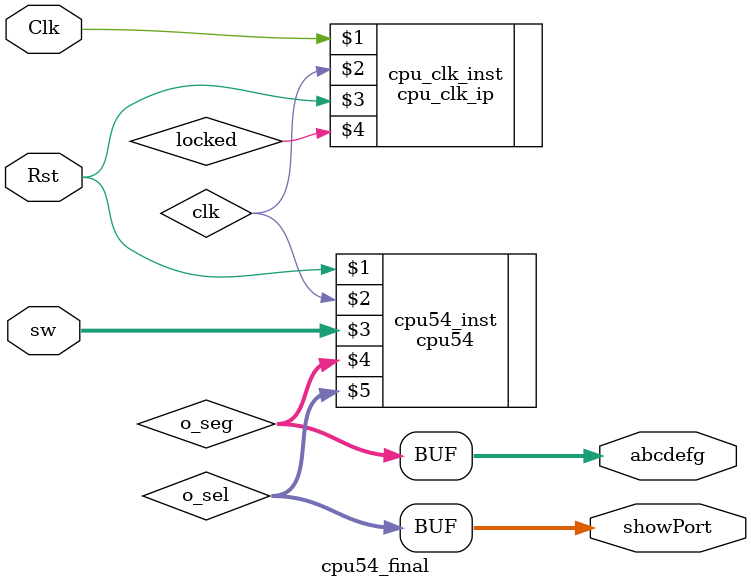
<source format=v>
`timescale 1ns / 1ps
module cpu54_final(
input wire Clk,
input wire Rst,
input wire [15:0] sw,
output [7:0] abcdefg, 
output [7:0] showPort
);

wire [7:0] o_seg;
wire [7:0] o_sel;
assign abcdefg=o_seg;
assign showPort=o_sel;

cpu_clk_ip cpu_clk_inst(Clk, clk, Rst, locked);
cpu54 cpu54_inst(Rst, clk,sw, o_seg, o_sel);

//clock_div clock_div_inst(.clk(clk),.clk_pulse(clk200));
//seg7 seg_inst(.clk(clk200),.rst(Rst),.data(data),.abcdefg(abcdefg),.showPort(showPort));

endmodule

</source>
